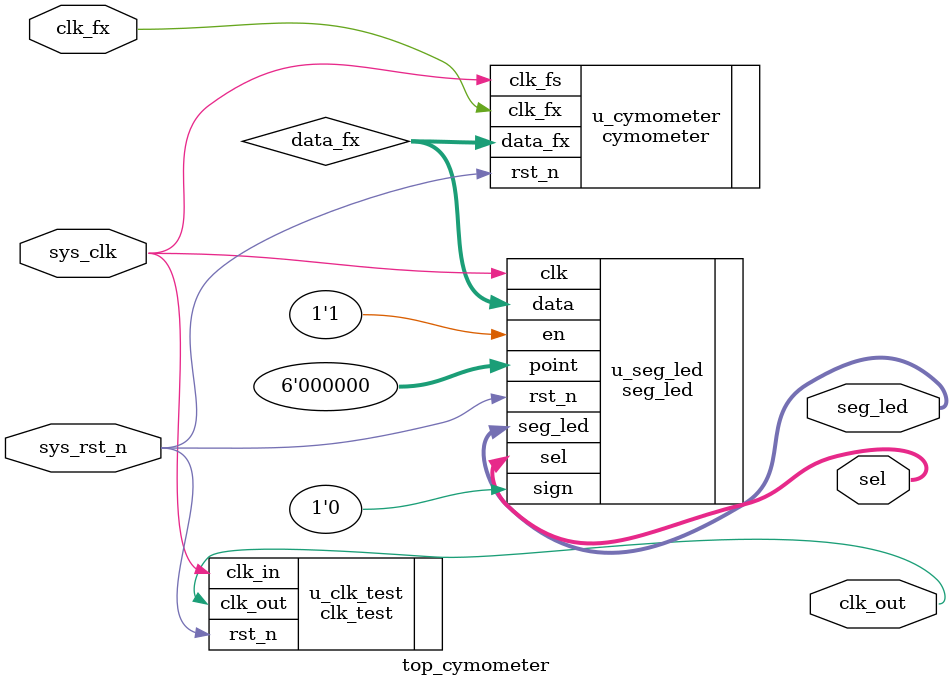
<source format=v>

module top_cymometer(
    //system clock
    input                  sys_clk  ,    // 时钟信号
    input                  sys_rst_n,    // 复位信号

    //cymometer interface
    input                  clk_fx   ,    // 被测时钟
    output                 clk_out  ,    // 输出时钟
    //user interface
    output          [5:0]  sel      ,    // 数码管位选
    output          [7:0]  seg_led       // 数码管段选
);

//parameter define
parameter    CLK_FS = 26'd50000000;      // 基准时钟频率值

//wire define
wire    [19:0]       data_fx;            // 被测信号测量值

//*****************************************************
//**                    main code
//*****************************************************

//例化等精度频率计模块
cymometer #(.CLK_FS(CLK_FS)              // 基准时钟频率值
) u_cymometer(
    //system clock
    .clk_fs      (sys_clk  ),            // 基准时钟信号
    .rst_n       (sys_rst_n),            // 复位信号
    //cymometer interface
    .clk_fx      (clk_fx   ),            // 被测时钟信号
    .data_fx     (data_fx  )             // 被测时钟频率输出
);
    
//例化测试时钟模块，产生测试时钟
clk_test #(.DIV_N(7'd100)                // 分频系数
) u_clk_test(
    //源时钟
    .clk_in      (sys_clk  ),            // 输入时钟
    .rst_n       (sys_rst_n),            // 复位信号
    //分频后的时钟
    .clk_out     (clk_out  )             // 测试时钟
);

//例化数码管显示模块
seg_led u_seg_led(
    //module clock
    .clk         (sys_clk  ),            // 数码管驱动模块的驱动时钟
    .rst_n       (sys_rst_n),            // 复位信号
    //seg_led interface
    .sel         (sel      ),            // 数码管位选
    .seg_led     (seg_led  ),            // 数码管段选
    //user interface
    .data        (data_fx  ),            // 被测频率值
    .point       (6'd0     ),            // 数码管显示的点控制
    .en          (1'b1     ),            // 数码管驱动使能信号
    .sign        (1'b0     )             // 控制符号位显示
);

endmodule
</source>
